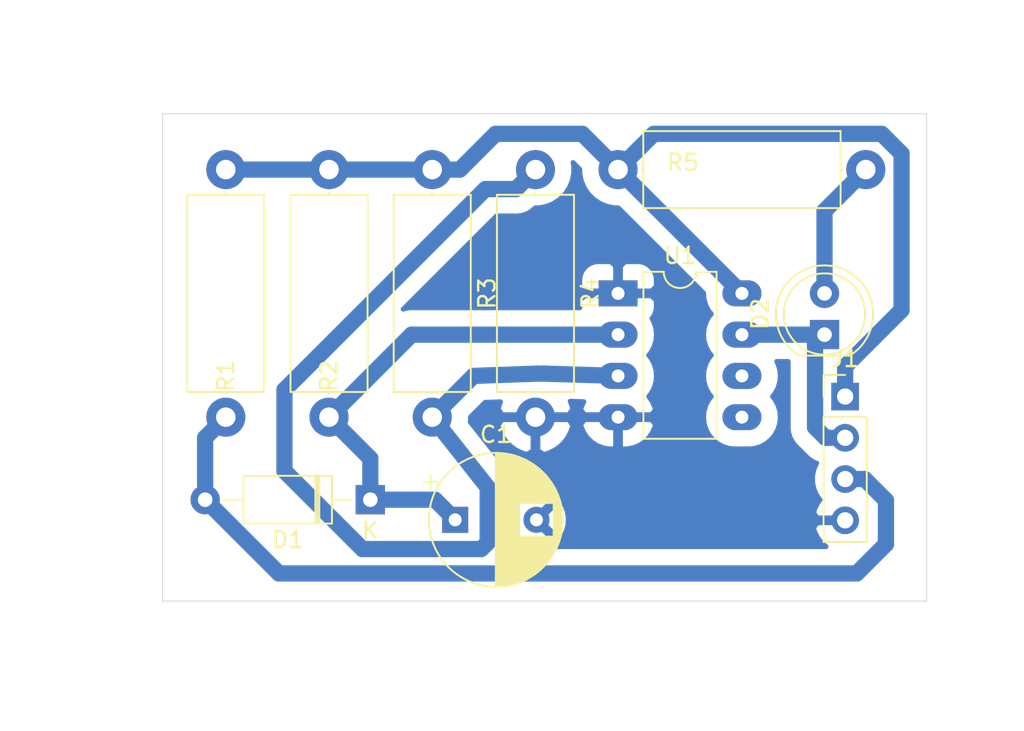
<source format=kicad_pcb>
(kicad_pcb (version 20171130) (host pcbnew 5.1.5-52549c5~84~ubuntu18.04.1)

  (general
    (thickness 1.6)
    (drawings 4)
    (tracks 52)
    (zones 0)
    (modules 10)
    (nets 10)
  )

  (page A4 portrait)
  (layers
    (0 F.Cu signal)
    (31 B.Cu signal)
    (32 B.Adhes user)
    (33 F.Adhes user)
    (34 B.Paste user)
    (35 F.Paste user)
    (36 B.SilkS user)
    (37 F.SilkS user hide)
    (38 B.Mask user)
    (39 F.Mask user)
    (40 Dwgs.User user)
    (41 Cmts.User user)
    (42 Eco1.User user)
    (43 Eco2.User user)
    (44 Edge.Cuts user)
    (45 Margin user)
    (46 B.CrtYd user)
    (47 F.CrtYd user)
    (48 B.Fab user)
    (49 F.Fab user)
  )

  (setup
    (last_trace_width 1)
    (trace_clearance 0.5)
    (zone_clearance 1)
    (zone_45_only no)
    (trace_min 0.1)
    (via_size 1.5)
    (via_drill 0.8)
    (via_min_size 0.2)
    (via_min_drill 0.3)
    (uvia_size 0.3)
    (uvia_drill 0.1)
    (uvias_allowed no)
    (uvia_min_size 0.1)
    (uvia_min_drill 0.1)
    (edge_width 0.05)
    (segment_width 0.2)
    (pcb_text_width 0.3)
    (pcb_text_size 1.5 1.5)
    (mod_edge_width 0.12)
    (mod_text_size 1 1)
    (mod_text_width 0.15)
    (pad_size 1.524 1.524)
    (pad_drill 0.762)
    (pad_to_mask_clearance 0.051)
    (solder_mask_min_width 0.25)
    (aux_axis_origin 0 0)
    (visible_elements 7FFFFFFF)
    (pcbplotparams
      (layerselection 0x010fc_ffffffff)
      (usegerberextensions false)
      (usegerberattributes false)
      (usegerberadvancedattributes false)
      (creategerberjobfile false)
      (excludeedgelayer true)
      (linewidth 0.100000)
      (plotframeref false)
      (viasonmask false)
      (mode 1)
      (useauxorigin false)
      (hpglpennumber 1)
      (hpglpenspeed 20)
      (hpglpendiameter 15.000000)
      (psnegative false)
      (psa4output false)
      (plotreference true)
      (plotvalue true)
      (plotinvisibletext false)
      (padsonsilk false)
      (subtractmaskfromsilk false)
      (outputformat 1)
      (mirror false)
      (drillshape 1)
      (scaleselection 1)
      (outputdirectory ""))
  )

  (net 0 "")
  (net 1 "Net-(D1-Pad2)")
  (net 2 "Net-(C1-Pad1)")
  (net 3 "Net-(D2-Pad2)")
  (net 4 "Net-(D2-Pad1)")
  (net 5 "Net-(R3-Pad2)")
  (net 6 "Net-(U1-Pad6)")
  (net 7 "Net-(U1-Pad5)")
  (net 8 Earth)
  (net 9 +24V)

  (net_class Default "This is the default net class."
    (clearance 0.5)
    (trace_width 1)
    (via_dia 1.5)
    (via_drill 0.8)
    (uvia_dia 0.3)
    (uvia_drill 0.1)
    (add_net +24V)
    (add_net Earth)
    (add_net "Net-(C1-Pad1)")
    (add_net "Net-(D1-Pad2)")
    (add_net "Net-(D2-Pad1)")
    (add_net "Net-(D2-Pad2)")
    (add_net "Net-(R3-Pad2)")
    (add_net "Net-(U1-Pad5)")
    (add_net "Net-(U1-Pad6)")
  )

  (module LED_THT:LED_D5.0mm (layer F.Cu) (tedit 5995936A) (tstamp 5E6ACA23)
    (at 172.72 101.6 90)
    (descr "LED, diameter 5.0mm, 2 pins, http://cdn-reichelt.de/documents/datenblatt/A500/LL-504BC2E-009.pdf")
    (tags "LED diameter 5.0mm 2 pins")
    (path /5E6B3F9E)
    (fp_text reference D2 (at 1.27 -3.96 90) (layer F.SilkS)
      (effects (font (size 1 1) (thickness 0.15)))
    )
    (fp_text value LED (at 1.27 3.96 90) (layer F.Fab)
      (effects (font (size 1 1) (thickness 0.15)))
    )
    (fp_arc (start 1.27 0) (end -1.23 -1.469694) (angle 299.1) (layer F.Fab) (width 0.1))
    (fp_arc (start 1.27 0) (end -1.29 -1.54483) (angle 148.9) (layer F.SilkS) (width 0.12))
    (fp_arc (start 1.27 0) (end -1.29 1.54483) (angle -148.9) (layer F.SilkS) (width 0.12))
    (fp_circle (center 1.27 0) (end 3.77 0) (layer F.Fab) (width 0.1))
    (fp_circle (center 1.27 0) (end 3.77 0) (layer F.SilkS) (width 0.12))
    (fp_line (start -1.23 -1.469694) (end -1.23 1.469694) (layer F.Fab) (width 0.1))
    (fp_line (start -1.29 -1.545) (end -1.29 1.545) (layer F.SilkS) (width 0.12))
    (fp_line (start -1.95 -3.25) (end -1.95 3.25) (layer F.CrtYd) (width 0.05))
    (fp_line (start -1.95 3.25) (end 4.5 3.25) (layer F.CrtYd) (width 0.05))
    (fp_line (start 4.5 3.25) (end 4.5 -3.25) (layer F.CrtYd) (width 0.05))
    (fp_line (start 4.5 -3.25) (end -1.95 -3.25) (layer F.CrtYd) (width 0.05))
    (fp_text user %R (at 1.25 0 90) (layer F.Fab)
      (effects (font (size 0.8 0.8) (thickness 0.2)))
    )
    (pad 1 thru_hole rect (at 0 0 90) (size 1.8 1.8) (drill 0.9) (layers *.Cu *.Mask)
      (net 4 "Net-(D2-Pad1)"))
    (pad 2 thru_hole circle (at 2.54 0 90) (size 1.8 1.8) (drill 0.9) (layers *.Cu *.Mask)
      (net 3 "Net-(D2-Pad2)"))
    (model ${KISYS3DMOD}/LED_THT.3dshapes/LED_D5.0mm.wrl
      (at (xyz 0 0 0))
      (scale (xyz 1 1 1))
      (rotate (xyz 0 0 0))
    )
  )

  (module Diode_THT:D_A-405_P10.16mm_Horizontal (layer F.Cu) (tedit 5AE50CD5) (tstamp 5E6AC8BD)
    (at 144.78 111.76 180)
    (descr "Diode, A-405 series, Axial, Horizontal, pin pitch=10.16mm, , length*diameter=5.2*2.7mm^2, , http://www.diodes.com/_files/packages/A-405.pdf")
    (tags "Diode A-405 series Axial Horizontal pin pitch 10.16mm  length 5.2mm diameter 2.7mm")
    (path /5E6A8ADF)
    (fp_text reference D1 (at 5.08 -2.47) (layer F.SilkS)
      (effects (font (size 1 1) (thickness 0.15)))
    )
    (fp_text value DIODE (at 5.08 2.47) (layer F.Fab)
      (effects (font (size 1 1) (thickness 0.15)))
    )
    (fp_line (start 2.48 -1.35) (end 2.48 1.35) (layer F.Fab) (width 0.1))
    (fp_line (start 2.48 1.35) (end 7.68 1.35) (layer F.Fab) (width 0.1))
    (fp_line (start 7.68 1.35) (end 7.68 -1.35) (layer F.Fab) (width 0.1))
    (fp_line (start 7.68 -1.35) (end 2.48 -1.35) (layer F.Fab) (width 0.1))
    (fp_line (start 0 0) (end 2.48 0) (layer F.Fab) (width 0.1))
    (fp_line (start 10.16 0) (end 7.68 0) (layer F.Fab) (width 0.1))
    (fp_line (start 3.26 -1.35) (end 3.26 1.35) (layer F.Fab) (width 0.1))
    (fp_line (start 3.36 -1.35) (end 3.36 1.35) (layer F.Fab) (width 0.1))
    (fp_line (start 3.16 -1.35) (end 3.16 1.35) (layer F.Fab) (width 0.1))
    (fp_line (start 2.36 -1.47) (end 2.36 1.47) (layer F.SilkS) (width 0.12))
    (fp_line (start 2.36 1.47) (end 7.8 1.47) (layer F.SilkS) (width 0.12))
    (fp_line (start 7.8 1.47) (end 7.8 -1.47) (layer F.SilkS) (width 0.12))
    (fp_line (start 7.8 -1.47) (end 2.36 -1.47) (layer F.SilkS) (width 0.12))
    (fp_line (start 1.14 0) (end 2.36 0) (layer F.SilkS) (width 0.12))
    (fp_line (start 9.02 0) (end 7.8 0) (layer F.SilkS) (width 0.12))
    (fp_line (start 3.26 -1.47) (end 3.26 1.47) (layer F.SilkS) (width 0.12))
    (fp_line (start 3.38 -1.47) (end 3.38 1.47) (layer F.SilkS) (width 0.12))
    (fp_line (start 3.14 -1.47) (end 3.14 1.47) (layer F.SilkS) (width 0.12))
    (fp_line (start -1.15 -1.6) (end -1.15 1.6) (layer F.CrtYd) (width 0.05))
    (fp_line (start -1.15 1.6) (end 11.31 1.6) (layer F.CrtYd) (width 0.05))
    (fp_line (start 11.31 1.6) (end 11.31 -1.6) (layer F.CrtYd) (width 0.05))
    (fp_line (start 11.31 -1.6) (end -1.15 -1.6) (layer F.CrtYd) (width 0.05))
    (fp_text user %R (at 5.47 0) (layer F.Fab)
      (effects (font (size 1 1) (thickness 0.15)))
    )
    (fp_text user K (at 0 -1.9) (layer F.Fab)
      (effects (font (size 1 1) (thickness 0.15)))
    )
    (fp_text user K (at 0 -1.9) (layer F.SilkS)
      (effects (font (size 1 1) (thickness 0.15)))
    )
    (pad 1 thru_hole rect (at 0 0 180) (size 1.8 1.8) (drill 0.9) (layers *.Cu *.Mask)
      (net 2 "Net-(C1-Pad1)"))
    (pad 2 thru_hole oval (at 10.16 0 180) (size 1.8 1.8) (drill 0.9) (layers *.Cu *.Mask)
      (net 1 "Net-(D1-Pad2)"))
    (model ${KISYS3DMOD}/Diode_THT.3dshapes/D_A-405_P10.16mm_Horizontal.wrl
      (at (xyz 0 0 0))
      (scale (xyz 1 1 1))
      (rotate (xyz 0 0 0))
    )
  )

  (module Connector_PinHeader_2.54mm:PinHeader_1x04_P2.54mm_Vertical (layer F.Cu) (tedit 59FED5CC) (tstamp 5E6ACA0C)
    (at 173.99 105.41)
    (descr "Through hole straight pin header, 1x04, 2.54mm pitch, single row")
    (tags "Through hole pin header THT 1x04 2.54mm single row")
    (path /5E6B2317)
    (fp_text reference J1 (at 0 -2.33) (layer F.SilkS)
      (effects (font (size 1 1) (thickness 0.15)))
    )
    (fp_text value a (at 0 9.95) (layer F.Fab)
      (effects (font (size 1 1) (thickness 0.15)))
    )
    (fp_line (start -0.635 -1.27) (end 1.27 -1.27) (layer F.Fab) (width 0.1))
    (fp_line (start 1.27 -1.27) (end 1.27 8.89) (layer F.Fab) (width 0.1))
    (fp_line (start 1.27 8.89) (end -1.27 8.89) (layer F.Fab) (width 0.1))
    (fp_line (start -1.27 8.89) (end -1.27 -0.635) (layer F.Fab) (width 0.1))
    (fp_line (start -1.27 -0.635) (end -0.635 -1.27) (layer F.Fab) (width 0.1))
    (fp_line (start -1.33 8.95) (end 1.33 8.95) (layer F.SilkS) (width 0.12))
    (fp_line (start -1.33 1.27) (end -1.33 8.95) (layer F.SilkS) (width 0.12))
    (fp_line (start 1.33 1.27) (end 1.33 8.95) (layer F.SilkS) (width 0.12))
    (fp_line (start -1.33 1.27) (end 1.33 1.27) (layer F.SilkS) (width 0.12))
    (fp_line (start -1.33 0) (end -1.33 -1.33) (layer F.SilkS) (width 0.12))
    (fp_line (start -1.33 -1.33) (end 0 -1.33) (layer F.SilkS) (width 0.12))
    (fp_line (start -1.8 -1.8) (end -1.8 9.4) (layer F.CrtYd) (width 0.05))
    (fp_line (start -1.8 9.4) (end 1.8 9.4) (layer F.CrtYd) (width 0.05))
    (fp_line (start 1.8 9.4) (end 1.8 -1.8) (layer F.CrtYd) (width 0.05))
    (fp_line (start 1.8 -1.8) (end -1.8 -1.8) (layer F.CrtYd) (width 0.05))
    (fp_text user %R (at 0 3.81 90) (layer F.Fab)
      (effects (font (size 1 1) (thickness 0.15)))
    )
    (pad 1 thru_hole rect (at 0 0) (size 1.7 1.7) (drill 1) (layers *.Cu *.Mask)
      (net 9 +24V))
    (pad 2 thru_hole oval (at 0 2.54) (size 1.7 1.7) (drill 1) (layers *.Cu *.Mask)
      (net 4 "Net-(D2-Pad1)"))
    (pad 3 thru_hole oval (at 0 5.08) (size 1.7 1.7) (drill 1) (layers *.Cu *.Mask)
      (net 1 "Net-(D1-Pad2)"))
    (pad 4 thru_hole oval (at 0 7.62) (size 1.7 1.7) (drill 1) (layers *.Cu *.Mask)
      (net 8 Earth))
    (model ${KISYS3DMOD}/Connector_PinHeader_2.54mm.3dshapes/PinHeader_1x04_P2.54mm_Vertical.wrl
      (at (xyz 0 0 0))
      (scale (xyz 1 1 1))
      (rotate (xyz 0 0 0))
    )
  )

  (module Resistor_THT:R_Axial_DIN0414_L11.9mm_D4.5mm_P15.24mm_Horizontal (layer F.Cu) (tedit 5AE5139B) (tstamp 5E6AC9F6)
    (at 148.59 91.44 270)
    (descr "Resistor, Axial_DIN0414 series, Axial, Horizontal, pin pitch=15.24mm, 2W, length*diameter=11.9*4.5mm^2, http://www.vishay.com/docs/20128/wkxwrx.pdf")
    (tags "Resistor Axial_DIN0414 series Axial Horizontal pin pitch 15.24mm 2W length 11.9mm diameter 4.5mm")
    (path /5E6AE564)
    (fp_text reference R3 (at 7.62 -3.37 90) (layer F.SilkS)
      (effects (font (size 1 1) (thickness 0.15)))
    )
    (fp_text value 10k (at 7.62 3.37 90) (layer F.Fab)
      (effects (font (size 1 1) (thickness 0.15)))
    )
    (fp_line (start 1.67 -2.25) (end 1.67 2.25) (layer F.Fab) (width 0.1))
    (fp_line (start 1.67 2.25) (end 13.57 2.25) (layer F.Fab) (width 0.1))
    (fp_line (start 13.57 2.25) (end 13.57 -2.25) (layer F.Fab) (width 0.1))
    (fp_line (start 13.57 -2.25) (end 1.67 -2.25) (layer F.Fab) (width 0.1))
    (fp_line (start 0 0) (end 1.67 0) (layer F.Fab) (width 0.1))
    (fp_line (start 15.24 0) (end 13.57 0) (layer F.Fab) (width 0.1))
    (fp_line (start 1.55 -2.37) (end 1.55 2.37) (layer F.SilkS) (width 0.12))
    (fp_line (start 1.55 2.37) (end 13.69 2.37) (layer F.SilkS) (width 0.12))
    (fp_line (start 13.69 2.37) (end 13.69 -2.37) (layer F.SilkS) (width 0.12))
    (fp_line (start 13.69 -2.37) (end 1.55 -2.37) (layer F.SilkS) (width 0.12))
    (fp_line (start 1.44 0) (end 1.55 0) (layer F.SilkS) (width 0.12))
    (fp_line (start 13.8 0) (end 13.69 0) (layer F.SilkS) (width 0.12))
    (fp_line (start -1.45 -2.5) (end -1.45 2.5) (layer F.CrtYd) (width 0.05))
    (fp_line (start -1.45 2.5) (end 16.69 2.5) (layer F.CrtYd) (width 0.05))
    (fp_line (start 16.69 2.5) (end 16.69 -2.5) (layer F.CrtYd) (width 0.05))
    (fp_line (start 16.69 -2.5) (end -1.45 -2.5) (layer F.CrtYd) (width 0.05))
    (fp_text user %R (at 7.62 0 90) (layer F.Fab)
      (effects (font (size 1 1) (thickness 0.15)))
    )
    (pad 1 thru_hole circle (at 0 0 270) (size 2.4 2.4) (drill 1.2) (layers *.Cu *.Mask)
      (net 9 +24V))
    (pad 2 thru_hole oval (at 15.24 0 270) (size 2.4 2.4) (drill 1.2) (layers *.Cu *.Mask)
      (net 5 "Net-(R3-Pad2)"))
    (model ${KISYS3DMOD}/Resistor_THT.3dshapes/R_Axial_DIN0414_L11.9mm_D4.5mm_P15.24mm_Horizontal.wrl
      (at (xyz 0 0 0))
      (scale (xyz 1 1 1))
      (rotate (xyz 0 0 0))
    )
  )

  (module Resistor_THT:R_Axial_DIN0414_L11.9mm_D4.5mm_P15.24mm_Horizontal (layer F.Cu) (tedit 5AE5139B) (tstamp 5E6AC9E0)
    (at 154.94 91.44 270)
    (descr "Resistor, Axial_DIN0414 series, Axial, Horizontal, pin pitch=15.24mm, 2W, length*diameter=11.9*4.5mm^2, http://www.vishay.com/docs/20128/wkxwrx.pdf")
    (tags "Resistor Axial_DIN0414 series Axial Horizontal pin pitch 15.24mm 2W length 11.9mm diameter 4.5mm")
    (path /5E6AE813)
    (fp_text reference R4 (at 7.62 -3.37 90) (layer F.SilkS)
      (effects (font (size 1 1) (thickness 0.15)))
    )
    (fp_text value 10k (at 7.62 3.37 90) (layer F.Fab)
      (effects (font (size 1 1) (thickness 0.15)))
    )
    (fp_line (start 1.67 -2.25) (end 1.67 2.25) (layer F.Fab) (width 0.1))
    (fp_line (start 1.67 2.25) (end 13.57 2.25) (layer F.Fab) (width 0.1))
    (fp_line (start 13.57 2.25) (end 13.57 -2.25) (layer F.Fab) (width 0.1))
    (fp_line (start 13.57 -2.25) (end 1.67 -2.25) (layer F.Fab) (width 0.1))
    (fp_line (start 0 0) (end 1.67 0) (layer F.Fab) (width 0.1))
    (fp_line (start 15.24 0) (end 13.57 0) (layer F.Fab) (width 0.1))
    (fp_line (start 1.55 -2.37) (end 1.55 2.37) (layer F.SilkS) (width 0.12))
    (fp_line (start 1.55 2.37) (end 13.69 2.37) (layer F.SilkS) (width 0.12))
    (fp_line (start 13.69 2.37) (end 13.69 -2.37) (layer F.SilkS) (width 0.12))
    (fp_line (start 13.69 -2.37) (end 1.55 -2.37) (layer F.SilkS) (width 0.12))
    (fp_line (start 1.44 0) (end 1.55 0) (layer F.SilkS) (width 0.12))
    (fp_line (start 13.8 0) (end 13.69 0) (layer F.SilkS) (width 0.12))
    (fp_line (start -1.45 -2.5) (end -1.45 2.5) (layer F.CrtYd) (width 0.05))
    (fp_line (start -1.45 2.5) (end 16.69 2.5) (layer F.CrtYd) (width 0.05))
    (fp_line (start 16.69 2.5) (end 16.69 -2.5) (layer F.CrtYd) (width 0.05))
    (fp_line (start 16.69 -2.5) (end -1.45 -2.5) (layer F.CrtYd) (width 0.05))
    (fp_text user %R (at 7.62 0 90) (layer F.Fab)
      (effects (font (size 1 1) (thickness 0.15)))
    )
    (pad 1 thru_hole circle (at 0 0 270) (size 2.4 2.4) (drill 1.2) (layers *.Cu *.Mask)
      (net 5 "Net-(R3-Pad2)"))
    (pad 2 thru_hole oval (at 15.24 0 270) (size 2.4 2.4) (drill 1.2) (layers *.Cu *.Mask)
      (net 8 Earth))
    (model ${KISYS3DMOD}/Resistor_THT.3dshapes/R_Axial_DIN0414_L11.9mm_D4.5mm_P15.24mm_Horizontal.wrl
      (at (xyz 0 0 0))
      (scale (xyz 1 1 1))
      (rotate (xyz 0 0 0))
    )
  )

  (module Resistor_THT:R_Axial_DIN0414_L11.9mm_D4.5mm_P15.24mm_Horizontal (layer F.Cu) (tedit 5AE5139B) (tstamp 5E6AC9CA)
    (at 160.02 91.44)
    (descr "Resistor, Axial_DIN0414 series, Axial, Horizontal, pin pitch=15.24mm, 2W, length*diameter=11.9*4.5mm^2, http://www.vishay.com/docs/20128/wkxwrx.pdf")
    (tags "Resistor Axial_DIN0414 series Axial Horizontal pin pitch 15.24mm 2W length 11.9mm diameter 4.5mm")
    (path /5E6B3947)
    (fp_text reference R5 (at 3.98 -0.44) (layer F.SilkS)
      (effects (font (size 1 1) (thickness 0.15)))
    )
    (fp_text value 1.8k (at 7.62 3.37) (layer F.Fab)
      (effects (font (size 1 1) (thickness 0.15)))
    )
    (fp_line (start 1.67 -2.25) (end 1.67 2.25) (layer F.Fab) (width 0.1))
    (fp_line (start 1.67 2.25) (end 13.57 2.25) (layer F.Fab) (width 0.1))
    (fp_line (start 13.57 2.25) (end 13.57 -2.25) (layer F.Fab) (width 0.1))
    (fp_line (start 13.57 -2.25) (end 1.67 -2.25) (layer F.Fab) (width 0.1))
    (fp_line (start 0 0) (end 1.67 0) (layer F.Fab) (width 0.1))
    (fp_line (start 15.24 0) (end 13.57 0) (layer F.Fab) (width 0.1))
    (fp_line (start 1.55 -2.37) (end 1.55 2.37) (layer F.SilkS) (width 0.12))
    (fp_line (start 1.55 2.37) (end 13.69 2.37) (layer F.SilkS) (width 0.12))
    (fp_line (start 13.69 2.37) (end 13.69 -2.37) (layer F.SilkS) (width 0.12))
    (fp_line (start 13.69 -2.37) (end 1.55 -2.37) (layer F.SilkS) (width 0.12))
    (fp_line (start 1.44 0) (end 1.55 0) (layer F.SilkS) (width 0.12))
    (fp_line (start 13.8 0) (end 13.69 0) (layer F.SilkS) (width 0.12))
    (fp_line (start -1.45 -2.5) (end -1.45 2.5) (layer F.CrtYd) (width 0.05))
    (fp_line (start -1.45 2.5) (end 16.69 2.5) (layer F.CrtYd) (width 0.05))
    (fp_line (start 16.69 2.5) (end 16.69 -2.5) (layer F.CrtYd) (width 0.05))
    (fp_line (start 16.69 -2.5) (end -1.45 -2.5) (layer F.CrtYd) (width 0.05))
    (fp_text user %R (at 7.62 0) (layer F.Fab)
      (effects (font (size 1 1) (thickness 0.15)))
    )
    (pad 1 thru_hole circle (at 0 0) (size 2.4 2.4) (drill 1.2) (layers *.Cu *.Mask)
      (net 9 +24V))
    (pad 2 thru_hole oval (at 15.24 0) (size 2.4 2.4) (drill 1.2) (layers *.Cu *.Mask)
      (net 3 "Net-(D2-Pad2)"))
    (model ${KISYS3DMOD}/Resistor_THT.3dshapes/R_Axial_DIN0414_L11.9mm_D4.5mm_P15.24mm_Horizontal.wrl
      (at (xyz 0 0 0))
      (scale (xyz 1 1 1))
      (rotate (xyz 0 0 0))
    )
  )

  (module Package_DIP:DIP-8_W7.62mm_LongPads (layer F.Cu) (tedit 5A02E8C5) (tstamp 5E6AC9AF)
    (at 160.02 99.06)
    (descr "8-lead though-hole mounted DIP package, row spacing 7.62 mm (300 mils), LongPads")
    (tags "THT DIP DIL PDIP 2.54mm 7.62mm 300mil LongPads")
    (path /5E6AEE9F)
    (fp_text reference U1 (at 3.81 -2.33) (layer F.SilkS)
      (effects (font (size 1 1) (thickness 0.15)))
    )
    (fp_text value LM311 (at 3.81 9.95) (layer F.Fab)
      (effects (font (size 1 1) (thickness 0.15)))
    )
    (fp_arc (start 3.81 -1.33) (end 2.81 -1.33) (angle -180) (layer F.SilkS) (width 0.12))
    (fp_line (start 1.635 -1.27) (end 6.985 -1.27) (layer F.Fab) (width 0.1))
    (fp_line (start 6.985 -1.27) (end 6.985 8.89) (layer F.Fab) (width 0.1))
    (fp_line (start 6.985 8.89) (end 0.635 8.89) (layer F.Fab) (width 0.1))
    (fp_line (start 0.635 8.89) (end 0.635 -0.27) (layer F.Fab) (width 0.1))
    (fp_line (start 0.635 -0.27) (end 1.635 -1.27) (layer F.Fab) (width 0.1))
    (fp_line (start 2.81 -1.33) (end 1.56 -1.33) (layer F.SilkS) (width 0.12))
    (fp_line (start 1.56 -1.33) (end 1.56 8.95) (layer F.SilkS) (width 0.12))
    (fp_line (start 1.56 8.95) (end 6.06 8.95) (layer F.SilkS) (width 0.12))
    (fp_line (start 6.06 8.95) (end 6.06 -1.33) (layer F.SilkS) (width 0.12))
    (fp_line (start 6.06 -1.33) (end 4.81 -1.33) (layer F.SilkS) (width 0.12))
    (fp_line (start -1.45 -1.55) (end -1.45 9.15) (layer F.CrtYd) (width 0.05))
    (fp_line (start -1.45 9.15) (end 9.1 9.15) (layer F.CrtYd) (width 0.05))
    (fp_line (start 9.1 9.15) (end 9.1 -1.55) (layer F.CrtYd) (width 0.05))
    (fp_line (start 9.1 -1.55) (end -1.45 -1.55) (layer F.CrtYd) (width 0.05))
    (fp_text user %R (at 3.81 3.81) (layer F.Fab)
      (effects (font (size 1 1) (thickness 0.15)))
    )
    (pad 1 thru_hole rect (at 0 0) (size 2.4 1.6) (drill 0.8) (layers *.Cu *.Mask)
      (net 8 Earth))
    (pad 5 thru_hole oval (at 7.62 7.62) (size 2.4 1.6) (drill 0.8) (layers *.Cu *.Mask)
      (net 7 "Net-(U1-Pad5)"))
    (pad 2 thru_hole oval (at 0 2.54) (size 2.4 1.6) (drill 0.8) (layers *.Cu *.Mask)
      (net 2 "Net-(C1-Pad1)"))
    (pad 6 thru_hole oval (at 7.62 5.08) (size 2.4 1.6) (drill 0.8) (layers *.Cu *.Mask)
      (net 6 "Net-(U1-Pad6)"))
    (pad 3 thru_hole oval (at 0 5.08) (size 2.4 1.6) (drill 0.8) (layers *.Cu *.Mask)
      (net 5 "Net-(R3-Pad2)"))
    (pad 7 thru_hole oval (at 7.62 2.54) (size 2.4 1.6) (drill 0.8) (layers *.Cu *.Mask)
      (net 4 "Net-(D2-Pad1)"))
    (pad 4 thru_hole oval (at 0 7.62) (size 2.4 1.6) (drill 0.8) (layers *.Cu *.Mask)
      (net 8 Earth))
    (pad 8 thru_hole oval (at 7.62 0) (size 2.4 1.6) (drill 0.8) (layers *.Cu *.Mask)
      (net 9 +24V))
    (model ${KISYS3DMOD}/Package_DIP.3dshapes/DIP-8_W7.62mm.wrl
      (at (xyz 0 0 0))
      (scale (xyz 1 1 1))
      (rotate (xyz 0 0 0))
    )
  )

  (module Capacitor_THT:CP_Radial_D8.0mm_P5.00mm (layer F.Cu) (tedit 5AE50EF0) (tstamp 5E6AC907)
    (at 150 113)
    (descr "CP, Radial series, Radial, pin pitch=5.00mm, , diameter=8mm, Electrolytic Capacitor")
    (tags "CP Radial series Radial pin pitch 5.00mm  diameter 8mm Electrolytic Capacitor")
    (path /5E6BB574)
    (fp_text reference C1 (at 2.5 -5.25) (layer F.SilkS)
      (effects (font (size 1 1) (thickness 0.15)))
    )
    (fp_text value 1000uf (at 10 1) (layer F.Fab)
      (effects (font (size 1 1) (thickness 0.15)))
    )
    (fp_circle (center 2.5 0) (end 6.5 0) (layer F.Fab) (width 0.1))
    (fp_circle (center 2.5 0) (end 6.62 0) (layer F.SilkS) (width 0.12))
    (fp_circle (center 2.5 0) (end 6.75 0) (layer F.CrtYd) (width 0.05))
    (fp_line (start -0.926759 -1.7475) (end -0.126759 -1.7475) (layer F.Fab) (width 0.1))
    (fp_line (start -0.526759 -2.1475) (end -0.526759 -1.3475) (layer F.Fab) (width 0.1))
    (fp_line (start 2.5 -4.08) (end 2.5 4.08) (layer F.SilkS) (width 0.12))
    (fp_line (start 2.54 -4.08) (end 2.54 4.08) (layer F.SilkS) (width 0.12))
    (fp_line (start 2.58 -4.08) (end 2.58 4.08) (layer F.SilkS) (width 0.12))
    (fp_line (start 2.62 -4.079) (end 2.62 4.079) (layer F.SilkS) (width 0.12))
    (fp_line (start 2.66 -4.077) (end 2.66 4.077) (layer F.SilkS) (width 0.12))
    (fp_line (start 2.7 -4.076) (end 2.7 4.076) (layer F.SilkS) (width 0.12))
    (fp_line (start 2.74 -4.074) (end 2.74 4.074) (layer F.SilkS) (width 0.12))
    (fp_line (start 2.78 -4.071) (end 2.78 4.071) (layer F.SilkS) (width 0.12))
    (fp_line (start 2.82 -4.068) (end 2.82 4.068) (layer F.SilkS) (width 0.12))
    (fp_line (start 2.86 -4.065) (end 2.86 4.065) (layer F.SilkS) (width 0.12))
    (fp_line (start 2.9 -4.061) (end 2.9 4.061) (layer F.SilkS) (width 0.12))
    (fp_line (start 2.94 -4.057) (end 2.94 4.057) (layer F.SilkS) (width 0.12))
    (fp_line (start 2.98 -4.052) (end 2.98 4.052) (layer F.SilkS) (width 0.12))
    (fp_line (start 3.02 -4.048) (end 3.02 4.048) (layer F.SilkS) (width 0.12))
    (fp_line (start 3.06 -4.042) (end 3.06 4.042) (layer F.SilkS) (width 0.12))
    (fp_line (start 3.1 -4.037) (end 3.1 4.037) (layer F.SilkS) (width 0.12))
    (fp_line (start 3.14 -4.03) (end 3.14 4.03) (layer F.SilkS) (width 0.12))
    (fp_line (start 3.18 -4.024) (end 3.18 4.024) (layer F.SilkS) (width 0.12))
    (fp_line (start 3.221 -4.017) (end 3.221 4.017) (layer F.SilkS) (width 0.12))
    (fp_line (start 3.261 -4.01) (end 3.261 4.01) (layer F.SilkS) (width 0.12))
    (fp_line (start 3.301 -4.002) (end 3.301 4.002) (layer F.SilkS) (width 0.12))
    (fp_line (start 3.341 -3.994) (end 3.341 3.994) (layer F.SilkS) (width 0.12))
    (fp_line (start 3.381 -3.985) (end 3.381 3.985) (layer F.SilkS) (width 0.12))
    (fp_line (start 3.421 -3.976) (end 3.421 3.976) (layer F.SilkS) (width 0.12))
    (fp_line (start 3.461 -3.967) (end 3.461 3.967) (layer F.SilkS) (width 0.12))
    (fp_line (start 3.501 -3.957) (end 3.501 3.957) (layer F.SilkS) (width 0.12))
    (fp_line (start 3.541 -3.947) (end 3.541 3.947) (layer F.SilkS) (width 0.12))
    (fp_line (start 3.581 -3.936) (end 3.581 3.936) (layer F.SilkS) (width 0.12))
    (fp_line (start 3.621 -3.925) (end 3.621 3.925) (layer F.SilkS) (width 0.12))
    (fp_line (start 3.661 -3.914) (end 3.661 3.914) (layer F.SilkS) (width 0.12))
    (fp_line (start 3.701 -3.902) (end 3.701 3.902) (layer F.SilkS) (width 0.12))
    (fp_line (start 3.741 -3.889) (end 3.741 3.889) (layer F.SilkS) (width 0.12))
    (fp_line (start 3.781 -3.877) (end 3.781 3.877) (layer F.SilkS) (width 0.12))
    (fp_line (start 3.821 -3.863) (end 3.821 3.863) (layer F.SilkS) (width 0.12))
    (fp_line (start 3.861 -3.85) (end 3.861 3.85) (layer F.SilkS) (width 0.12))
    (fp_line (start 3.901 -3.835) (end 3.901 3.835) (layer F.SilkS) (width 0.12))
    (fp_line (start 3.941 -3.821) (end 3.941 3.821) (layer F.SilkS) (width 0.12))
    (fp_line (start 3.981 -3.805) (end 3.981 -1.04) (layer F.SilkS) (width 0.12))
    (fp_line (start 3.981 1.04) (end 3.981 3.805) (layer F.SilkS) (width 0.12))
    (fp_line (start 4.021 -3.79) (end 4.021 -1.04) (layer F.SilkS) (width 0.12))
    (fp_line (start 4.021 1.04) (end 4.021 3.79) (layer F.SilkS) (width 0.12))
    (fp_line (start 4.061 -3.774) (end 4.061 -1.04) (layer F.SilkS) (width 0.12))
    (fp_line (start 4.061 1.04) (end 4.061 3.774) (layer F.SilkS) (width 0.12))
    (fp_line (start 4.101 -3.757) (end 4.101 -1.04) (layer F.SilkS) (width 0.12))
    (fp_line (start 4.101 1.04) (end 4.101 3.757) (layer F.SilkS) (width 0.12))
    (fp_line (start 4.141 -3.74) (end 4.141 -1.04) (layer F.SilkS) (width 0.12))
    (fp_line (start 4.141 1.04) (end 4.141 3.74) (layer F.SilkS) (width 0.12))
    (fp_line (start 4.181 -3.722) (end 4.181 -1.04) (layer F.SilkS) (width 0.12))
    (fp_line (start 4.181 1.04) (end 4.181 3.722) (layer F.SilkS) (width 0.12))
    (fp_line (start 4.221 -3.704) (end 4.221 -1.04) (layer F.SilkS) (width 0.12))
    (fp_line (start 4.221 1.04) (end 4.221 3.704) (layer F.SilkS) (width 0.12))
    (fp_line (start 4.261 -3.686) (end 4.261 -1.04) (layer F.SilkS) (width 0.12))
    (fp_line (start 4.261 1.04) (end 4.261 3.686) (layer F.SilkS) (width 0.12))
    (fp_line (start 4.301 -3.666) (end 4.301 -1.04) (layer F.SilkS) (width 0.12))
    (fp_line (start 4.301 1.04) (end 4.301 3.666) (layer F.SilkS) (width 0.12))
    (fp_line (start 4.341 -3.647) (end 4.341 -1.04) (layer F.SilkS) (width 0.12))
    (fp_line (start 4.341 1.04) (end 4.341 3.647) (layer F.SilkS) (width 0.12))
    (fp_line (start 4.381 -3.627) (end 4.381 -1.04) (layer F.SilkS) (width 0.12))
    (fp_line (start 4.381 1.04) (end 4.381 3.627) (layer F.SilkS) (width 0.12))
    (fp_line (start 4.421 -3.606) (end 4.421 -1.04) (layer F.SilkS) (width 0.12))
    (fp_line (start 4.421 1.04) (end 4.421 3.606) (layer F.SilkS) (width 0.12))
    (fp_line (start 4.461 -3.584) (end 4.461 -1.04) (layer F.SilkS) (width 0.12))
    (fp_line (start 4.461 1.04) (end 4.461 3.584) (layer F.SilkS) (width 0.12))
    (fp_line (start 4.501 -3.562) (end 4.501 -1.04) (layer F.SilkS) (width 0.12))
    (fp_line (start 4.501 1.04) (end 4.501 3.562) (layer F.SilkS) (width 0.12))
    (fp_line (start 4.541 -3.54) (end 4.541 -1.04) (layer F.SilkS) (width 0.12))
    (fp_line (start 4.541 1.04) (end 4.541 3.54) (layer F.SilkS) (width 0.12))
    (fp_line (start 4.581 -3.517) (end 4.581 -1.04) (layer F.SilkS) (width 0.12))
    (fp_line (start 4.581 1.04) (end 4.581 3.517) (layer F.SilkS) (width 0.12))
    (fp_line (start 4.621 -3.493) (end 4.621 -1.04) (layer F.SilkS) (width 0.12))
    (fp_line (start 4.621 1.04) (end 4.621 3.493) (layer F.SilkS) (width 0.12))
    (fp_line (start 4.661 -3.469) (end 4.661 -1.04) (layer F.SilkS) (width 0.12))
    (fp_line (start 4.661 1.04) (end 4.661 3.469) (layer F.SilkS) (width 0.12))
    (fp_line (start 4.701 -3.444) (end 4.701 -1.04) (layer F.SilkS) (width 0.12))
    (fp_line (start 4.701 1.04) (end 4.701 3.444) (layer F.SilkS) (width 0.12))
    (fp_line (start 4.741 -3.418) (end 4.741 -1.04) (layer F.SilkS) (width 0.12))
    (fp_line (start 4.741 1.04) (end 4.741 3.418) (layer F.SilkS) (width 0.12))
    (fp_line (start 4.781 -3.392) (end 4.781 -1.04) (layer F.SilkS) (width 0.12))
    (fp_line (start 4.781 1.04) (end 4.781 3.392) (layer F.SilkS) (width 0.12))
    (fp_line (start 4.821 -3.365) (end 4.821 -1.04) (layer F.SilkS) (width 0.12))
    (fp_line (start 4.821 1.04) (end 4.821 3.365) (layer F.SilkS) (width 0.12))
    (fp_line (start 4.861 -3.338) (end 4.861 -1.04) (layer F.SilkS) (width 0.12))
    (fp_line (start 4.861 1.04) (end 4.861 3.338) (layer F.SilkS) (width 0.12))
    (fp_line (start 4.901 -3.309) (end 4.901 -1.04) (layer F.SilkS) (width 0.12))
    (fp_line (start 4.901 1.04) (end 4.901 3.309) (layer F.SilkS) (width 0.12))
    (fp_line (start 4.941 -3.28) (end 4.941 -1.04) (layer F.SilkS) (width 0.12))
    (fp_line (start 4.941 1.04) (end 4.941 3.28) (layer F.SilkS) (width 0.12))
    (fp_line (start 4.981 -3.25) (end 4.981 -1.04) (layer F.SilkS) (width 0.12))
    (fp_line (start 4.981 1.04) (end 4.981 3.25) (layer F.SilkS) (width 0.12))
    (fp_line (start 5.021 -3.22) (end 5.021 -1.04) (layer F.SilkS) (width 0.12))
    (fp_line (start 5.021 1.04) (end 5.021 3.22) (layer F.SilkS) (width 0.12))
    (fp_line (start 5.061 -3.189) (end 5.061 -1.04) (layer F.SilkS) (width 0.12))
    (fp_line (start 5.061 1.04) (end 5.061 3.189) (layer F.SilkS) (width 0.12))
    (fp_line (start 5.101 -3.156) (end 5.101 -1.04) (layer F.SilkS) (width 0.12))
    (fp_line (start 5.101 1.04) (end 5.101 3.156) (layer F.SilkS) (width 0.12))
    (fp_line (start 5.141 -3.124) (end 5.141 -1.04) (layer F.SilkS) (width 0.12))
    (fp_line (start 5.141 1.04) (end 5.141 3.124) (layer F.SilkS) (width 0.12))
    (fp_line (start 5.181 -3.09) (end 5.181 -1.04) (layer F.SilkS) (width 0.12))
    (fp_line (start 5.181 1.04) (end 5.181 3.09) (layer F.SilkS) (width 0.12))
    (fp_line (start 5.221 -3.055) (end 5.221 -1.04) (layer F.SilkS) (width 0.12))
    (fp_line (start 5.221 1.04) (end 5.221 3.055) (layer F.SilkS) (width 0.12))
    (fp_line (start 5.261 -3.019) (end 5.261 -1.04) (layer F.SilkS) (width 0.12))
    (fp_line (start 5.261 1.04) (end 5.261 3.019) (layer F.SilkS) (width 0.12))
    (fp_line (start 5.301 -2.983) (end 5.301 -1.04) (layer F.SilkS) (width 0.12))
    (fp_line (start 5.301 1.04) (end 5.301 2.983) (layer F.SilkS) (width 0.12))
    (fp_line (start 5.341 -2.945) (end 5.341 -1.04) (layer F.SilkS) (width 0.12))
    (fp_line (start 5.341 1.04) (end 5.341 2.945) (layer F.SilkS) (width 0.12))
    (fp_line (start 5.381 -2.907) (end 5.381 -1.04) (layer F.SilkS) (width 0.12))
    (fp_line (start 5.381 1.04) (end 5.381 2.907) (layer F.SilkS) (width 0.12))
    (fp_line (start 5.421 -2.867) (end 5.421 -1.04) (layer F.SilkS) (width 0.12))
    (fp_line (start 5.421 1.04) (end 5.421 2.867) (layer F.SilkS) (width 0.12))
    (fp_line (start 5.461 -2.826) (end 5.461 -1.04) (layer F.SilkS) (width 0.12))
    (fp_line (start 5.461 1.04) (end 5.461 2.826) (layer F.SilkS) (width 0.12))
    (fp_line (start 5.501 -2.784) (end 5.501 -1.04) (layer F.SilkS) (width 0.12))
    (fp_line (start 5.501 1.04) (end 5.501 2.784) (layer F.SilkS) (width 0.12))
    (fp_line (start 5.541 -2.741) (end 5.541 -1.04) (layer F.SilkS) (width 0.12))
    (fp_line (start 5.541 1.04) (end 5.541 2.741) (layer F.SilkS) (width 0.12))
    (fp_line (start 5.581 -2.697) (end 5.581 -1.04) (layer F.SilkS) (width 0.12))
    (fp_line (start 5.581 1.04) (end 5.581 2.697) (layer F.SilkS) (width 0.12))
    (fp_line (start 5.621 -2.651) (end 5.621 -1.04) (layer F.SilkS) (width 0.12))
    (fp_line (start 5.621 1.04) (end 5.621 2.651) (layer F.SilkS) (width 0.12))
    (fp_line (start 5.661 -2.604) (end 5.661 -1.04) (layer F.SilkS) (width 0.12))
    (fp_line (start 5.661 1.04) (end 5.661 2.604) (layer F.SilkS) (width 0.12))
    (fp_line (start 5.701 -2.556) (end 5.701 -1.04) (layer F.SilkS) (width 0.12))
    (fp_line (start 5.701 1.04) (end 5.701 2.556) (layer F.SilkS) (width 0.12))
    (fp_line (start 5.741 -2.505) (end 5.741 -1.04) (layer F.SilkS) (width 0.12))
    (fp_line (start 5.741 1.04) (end 5.741 2.505) (layer F.SilkS) (width 0.12))
    (fp_line (start 5.781 -2.454) (end 5.781 -1.04) (layer F.SilkS) (width 0.12))
    (fp_line (start 5.781 1.04) (end 5.781 2.454) (layer F.SilkS) (width 0.12))
    (fp_line (start 5.821 -2.4) (end 5.821 -1.04) (layer F.SilkS) (width 0.12))
    (fp_line (start 5.821 1.04) (end 5.821 2.4) (layer F.SilkS) (width 0.12))
    (fp_line (start 5.861 -2.345) (end 5.861 -1.04) (layer F.SilkS) (width 0.12))
    (fp_line (start 5.861 1.04) (end 5.861 2.345) (layer F.SilkS) (width 0.12))
    (fp_line (start 5.901 -2.287) (end 5.901 -1.04) (layer F.SilkS) (width 0.12))
    (fp_line (start 5.901 1.04) (end 5.901 2.287) (layer F.SilkS) (width 0.12))
    (fp_line (start 5.941 -2.228) (end 5.941 -1.04) (layer F.SilkS) (width 0.12))
    (fp_line (start 5.941 1.04) (end 5.941 2.228) (layer F.SilkS) (width 0.12))
    (fp_line (start 5.981 -2.166) (end 5.981 -1.04) (layer F.SilkS) (width 0.12))
    (fp_line (start 5.981 1.04) (end 5.981 2.166) (layer F.SilkS) (width 0.12))
    (fp_line (start 6.021 -2.102) (end 6.021 -1.04) (layer F.SilkS) (width 0.12))
    (fp_line (start 6.021 1.04) (end 6.021 2.102) (layer F.SilkS) (width 0.12))
    (fp_line (start 6.061 -2.034) (end 6.061 2.034) (layer F.SilkS) (width 0.12))
    (fp_line (start 6.101 -1.964) (end 6.101 1.964) (layer F.SilkS) (width 0.12))
    (fp_line (start 6.141 -1.89) (end 6.141 1.89) (layer F.SilkS) (width 0.12))
    (fp_line (start 6.181 -1.813) (end 6.181 1.813) (layer F.SilkS) (width 0.12))
    (fp_line (start 6.221 -1.731) (end 6.221 1.731) (layer F.SilkS) (width 0.12))
    (fp_line (start 6.261 -1.645) (end 6.261 1.645) (layer F.SilkS) (width 0.12))
    (fp_line (start 6.301 -1.552) (end 6.301 1.552) (layer F.SilkS) (width 0.12))
    (fp_line (start 6.341 -1.453) (end 6.341 1.453) (layer F.SilkS) (width 0.12))
    (fp_line (start 6.381 -1.346) (end 6.381 1.346) (layer F.SilkS) (width 0.12))
    (fp_line (start 6.421 -1.229) (end 6.421 1.229) (layer F.SilkS) (width 0.12))
    (fp_line (start 6.461 -1.098) (end 6.461 1.098) (layer F.SilkS) (width 0.12))
    (fp_line (start 6.501 -0.948) (end 6.501 0.948) (layer F.SilkS) (width 0.12))
    (fp_line (start 6.541 -0.768) (end 6.541 0.768) (layer F.SilkS) (width 0.12))
    (fp_line (start 6.581 -0.533) (end 6.581 0.533) (layer F.SilkS) (width 0.12))
    (fp_line (start -1.909698 -2.315) (end -1.109698 -2.315) (layer F.SilkS) (width 0.12))
    (fp_line (start -1.509698 -2.715) (end -1.509698 -1.915) (layer F.SilkS) (width 0.12))
    (fp_text user %R (at 2.5 0) (layer F.Fab)
      (effects (font (size 1 1) (thickness 0.15)))
    )
    (pad 1 thru_hole rect (at 0 0) (size 1.6 1.6) (drill 0.8) (layers *.Cu *.Mask)
      (net 2 "Net-(C1-Pad1)"))
    (pad 2 thru_hole circle (at 5 0) (size 1.6 1.6) (drill 0.8) (layers *.Cu *.Mask)
      (net 8 Earth))
    (model ${KISYS3DMOD}/Capacitor_THT.3dshapes/CP_Radial_D8.0mm_P5.00mm.wrl
      (at (xyz 0 0 0))
      (scale (xyz 1 1 1))
      (rotate (xyz 0 0 0))
    )
  )

  (module Resistor_THT:R_Axial_DIN0414_L11.9mm_D4.5mm_P15.24mm_Horizontal (layer F.Cu) (tedit 5AE5139B) (tstamp 5E6AC8F1)
    (at 135.89 91.44 270)
    (descr "Resistor, Axial_DIN0414 series, Axial, Horizontal, pin pitch=15.24mm, 2W, length*diameter=11.9*4.5mm^2, http://www.vishay.com/docs/20128/wkxwrx.pdf")
    (tags "Resistor Axial_DIN0414 series Axial Horizontal pin pitch 15.24mm 2W length 11.9mm diameter 4.5mm")
    (path /5E6A886F)
    (fp_text reference R1 (at 12.7 0 90) (layer F.SilkS)
      (effects (font (size 1 1) (thickness 0.15)))
    )
    (fp_text value 10k (at 2.54 0 90) (layer F.Fab)
      (effects (font (size 1 1) (thickness 0.15)))
    )
    (fp_line (start 1.67 -2.25) (end 1.67 2.25) (layer F.Fab) (width 0.1))
    (fp_line (start 1.67 2.25) (end 13.57 2.25) (layer F.Fab) (width 0.1))
    (fp_line (start 13.57 2.25) (end 13.57 -2.25) (layer F.Fab) (width 0.1))
    (fp_line (start 13.57 -2.25) (end 1.67 -2.25) (layer F.Fab) (width 0.1))
    (fp_line (start 0 0) (end 1.67 0) (layer F.Fab) (width 0.1))
    (fp_line (start 15.24 0) (end 13.57 0) (layer F.Fab) (width 0.1))
    (fp_line (start 1.55 -2.37) (end 1.55 2.37) (layer F.SilkS) (width 0.12))
    (fp_line (start 1.55 2.37) (end 13.69 2.37) (layer F.SilkS) (width 0.12))
    (fp_line (start 13.69 2.37) (end 13.69 -2.37) (layer F.SilkS) (width 0.12))
    (fp_line (start 13.69 -2.37) (end 1.55 -2.37) (layer F.SilkS) (width 0.12))
    (fp_line (start 1.44 0) (end 1.55 0) (layer F.SilkS) (width 0.12))
    (fp_line (start 13.8 0) (end 13.69 0) (layer F.SilkS) (width 0.12))
    (fp_line (start -1.45 -2.5) (end -1.45 2.5) (layer F.CrtYd) (width 0.05))
    (fp_line (start -1.45 2.5) (end 16.69 2.5) (layer F.CrtYd) (width 0.05))
    (fp_line (start 16.69 2.5) (end 16.69 -2.5) (layer F.CrtYd) (width 0.05))
    (fp_line (start 16.69 -2.5) (end -1.45 -2.5) (layer F.CrtYd) (width 0.05))
    (fp_text user %R (at 5.08 -1.27 90) (layer F.Fab)
      (effects (font (size 1 1) (thickness 0.15)))
    )
    (pad 1 thru_hole circle (at 0 0 270) (size 2.4 2.4) (drill 1.2) (layers *.Cu *.Mask)
      (net 9 +24V))
    (pad 2 thru_hole oval (at 15.24 0 270) (size 2.4 2.4) (drill 1.2) (layers *.Cu *.Mask)
      (net 1 "Net-(D1-Pad2)"))
    (model ${KISYS3DMOD}/Resistor_THT.3dshapes/R_Axial_DIN0414_L11.9mm_D4.5mm_P15.24mm_Horizontal.wrl
      (at (xyz 0 0 0))
      (scale (xyz 1 1 1))
      (rotate (xyz 0 0 0))
    )
  )

  (module Resistor_THT:R_Axial_DIN0414_L11.9mm_D4.5mm_P15.24mm_Horizontal (layer F.Cu) (tedit 5AE5139B) (tstamp 5E6AC8DB)
    (at 142.24 91.44 270)
    (descr "Resistor, Axial_DIN0414 series, Axial, Horizontal, pin pitch=15.24mm, 2W, length*diameter=11.9*4.5mm^2, http://www.vishay.com/docs/20128/wkxwrx.pdf")
    (tags "Resistor Axial_DIN0414 series Axial Horizontal pin pitch 15.24mm 2W length 11.9mm diameter 4.5mm")
    (path /5E6A8AC5)
    (fp_text reference R2 (at 12.7 0 90) (layer F.SilkS)
      (effects (font (size 1 1) (thickness 0.15)))
    )
    (fp_text value 4.7k (at 2.54 0 90) (layer F.Fab)
      (effects (font (size 1 1) (thickness 0.15)))
    )
    (fp_line (start 1.67 -2.25) (end 1.67 2.25) (layer F.Fab) (width 0.1))
    (fp_line (start 1.67 2.25) (end 13.57 2.25) (layer F.Fab) (width 0.1))
    (fp_line (start 13.57 2.25) (end 13.57 -2.25) (layer F.Fab) (width 0.1))
    (fp_line (start 13.57 -2.25) (end 1.67 -2.25) (layer F.Fab) (width 0.1))
    (fp_line (start 0 0) (end 1.67 0) (layer F.Fab) (width 0.1))
    (fp_line (start 15.24 0) (end 13.57 0) (layer F.Fab) (width 0.1))
    (fp_line (start 1.55 -2.37) (end 1.55 2.37) (layer F.SilkS) (width 0.12))
    (fp_line (start 1.55 2.37) (end 13.69 2.37) (layer F.SilkS) (width 0.12))
    (fp_line (start 13.69 2.37) (end 13.69 -2.37) (layer F.SilkS) (width 0.12))
    (fp_line (start 13.69 -2.37) (end 1.55 -2.37) (layer F.SilkS) (width 0.12))
    (fp_line (start 1.44 0) (end 1.55 0) (layer F.SilkS) (width 0.12))
    (fp_line (start 13.8 0) (end 13.69 0) (layer F.SilkS) (width 0.12))
    (fp_line (start -1.45 -2.5) (end -1.45 2.5) (layer F.CrtYd) (width 0.05))
    (fp_line (start -1.45 2.5) (end 16.69 2.5) (layer F.CrtYd) (width 0.05))
    (fp_line (start 16.69 2.5) (end 16.69 -2.5) (layer F.CrtYd) (width 0.05))
    (fp_line (start 16.69 -2.5) (end -1.45 -2.5) (layer F.CrtYd) (width 0.05))
    (fp_text user %R (at 7.62 0 90) (layer F.Fab)
      (effects (font (size 1 1) (thickness 0.15)))
    )
    (pad 1 thru_hole circle (at 0 0 270) (size 2.4 2.4) (drill 1.2) (layers *.Cu *.Mask)
      (net 9 +24V))
    (pad 2 thru_hole oval (at 15.24 0 270) (size 2.4 2.4) (drill 1.2) (layers *.Cu *.Mask)
      (net 2 "Net-(C1-Pad1)"))
    (model ${KISYS3DMOD}/Resistor_THT.3dshapes/R_Axial_DIN0414_L11.9mm_D4.5mm_P15.24mm_Horizontal.wrl
      (at (xyz 0 0 0))
      (scale (xyz 1 1 1))
      (rotate (xyz 0 0 0))
    )
  )

  (gr_line (start 132 118) (end 132 88) (layer Edge.Cuts) (width 0.05) (tstamp 5E6CC777))
  (gr_line (start 179 118) (end 132 118) (layer Edge.Cuts) (width 0.05))
  (gr_line (start 179 88) (end 179 118) (layer Edge.Cuts) (width 0.05))
  (gr_line (start 132 88) (end 179 88) (layer Edge.Cuts) (width 0.05))

  (segment (start 134.62 107.95) (end 135.89 106.68) (width 1) (layer B.Cu) (net 1))
  (segment (start 134.62 111.76) (end 134.62 107.95) (width 1) (layer B.Cu) (net 1))
  (segment (start 139.160012 116.300012) (end 174.699988 116.300012) (width 1) (layer B.Cu) (net 1))
  (segment (start 134.62 111.76) (end 139.160012 116.300012) (width 1) (layer B.Cu) (net 1))
  (segment (start 174.699988 116.300012) (end 176.5 114.5) (width 1) (layer B.Cu) (net 1))
  (segment (start 176.5 111.797919) (end 175.192081 110.49) (width 1) (layer B.Cu) (net 1))
  (segment (start 175.192081 110.49) (end 173.99 110.49) (width 1) (layer B.Cu) (net 1))
  (segment (start 176.5 114.5) (end 176.5 111.797919) (width 1) (layer B.Cu) (net 1))
  (segment (start 147.32 101.6) (end 142.24 106.68) (width 1) (layer B.Cu) (net 2))
  (segment (start 160.02 101.6) (end 147.32 101.6) (width 1) (layer B.Cu) (net 2))
  (segment (start 144.78 111.76) (end 144.78 109.22) (width 1) (layer B.Cu) (net 2))
  (segment (start 143.439999 107.879999) (end 142.24 106.68) (width 1) (layer B.Cu) (net 2))
  (segment (start 144.78 109.22) (end 143.439999 107.879999) (width 1) (layer B.Cu) (net 2))
  (segment (start 148.76 111.76) (end 150 113) (width 1) (layer B.Cu) (net 2))
  (segment (start 144.78 111.76) (end 148.76 111.76) (width 1) (layer B.Cu) (net 2))
  (segment (start 175.26 91.44) (end 172.72 93.98) (width 1) (layer B.Cu) (net 3) (tstamp 5E6AC8B4))
  (segment (start 172.72 93.98) (end 172.72 99.06) (width 1) (layer B.Cu) (net 3) (tstamp 5E6AC8A8))
  (segment (start 172.72 101.6) (end 167.64 101.6) (width 1) (layer B.Cu) (net 4) (tstamp 5E6AC891))
  (segment (start 172.139999 107.30208) (end 172.139999 102.180001) (width 1) (layer B.Cu) (net 4))
  (segment (start 172.787919 107.95) (end 172.139999 107.30208) (width 1) (layer B.Cu) (net 4))
  (segment (start 172.139999 102.180001) (end 172.72 101.6) (width 1) (layer B.Cu) (net 4))
  (segment (start 173.99 107.95) (end 172.787919 107.95) (width 1) (layer B.Cu) (net 4))
  (segment (start 155.5 104) (end 160.02 104.14) (width 1) (layer B.Cu) (net 5))
  (segment (start 155 104) (end 155.5 104) (width 1) (layer B.Cu) (net 5))
  (segment (start 151.13 104.14) (end 155 104) (width 1) (layer B.Cu) (net 5))
  (segment (start 148.59 106.68) (end 151.13 104.14) (width 1) (layer B.Cu) (net 5) (tstamp 5E6AC88F))
  (segment (start 152 111) (end 148.59 106.68) (width 1) (layer B.Cu) (net 5))
  (segment (start 152 114.400002) (end 152 111) (width 1) (layer B.Cu) (net 5))
  (segment (start 151.600001 114.800001) (end 152 114.400002) (width 1) (layer B.Cu) (net 5))
  (segment (start 154.94 91.44) (end 153.740001 92.639999) (width 1) (layer B.Cu) (net 5))
  (segment (start 139.5 110) (end 144.300001 114.800001) (width 1) (layer B.Cu) (net 5))
  (segment (start 153.740001 92.639999) (end 151.860001 92.639999) (width 1) (layer B.Cu) (net 5))
  (segment (start 151.860001 92.639999) (end 139.5 105) (width 1) (layer B.Cu) (net 5))
  (segment (start 139.5 105) (end 139.5 110) (width 1) (layer B.Cu) (net 5))
  (segment (start 144.300001 114.800001) (end 151.600001 114.800001) (width 1) (layer B.Cu) (net 5))
  (segment (start 159.94 106.68) (end 160.02 106.68) (width 1) (layer B.Cu) (net 8) (tstamp 5E6AC897))
  (segment (start 160.02 91.44) (end 165.1 96.52) (width 1) (layer B.Cu) (net 9) (tstamp 5E6AC8B5))
  (segment (start 165.1 96.52) (end 167.64 99.06) (width 1) (layer B.Cu) (net 9) (tstamp 5E6AC896))
  (segment (start 142.24 91.44) (end 148.59 91.44) (width 1) (layer B.Cu) (net 9) (tstamp 5E6AC88E))
  (segment (start 135.89 91.44) (end 142.24 91.44) (width 1) (layer B.Cu) (net 9) (tstamp 5E6AC895))
  (segment (start 177.460001 100.089999) (end 177.460001 90.460001) (width 1) (layer B.Cu) (net 9))
  (segment (start 173.99 105.41) (end 173.99 103.56) (width 1) (layer B.Cu) (net 9))
  (segment (start 173.99 103.56) (end 177.460001 100.089999) (width 1) (layer B.Cu) (net 9))
  (segment (start 162.220001 89.239999) (end 161.219999 90.240001) (width 1) (layer B.Cu) (net 9))
  (segment (start 161.219999 90.240001) (end 160.02 91.44) (width 1) (layer B.Cu) (net 9))
  (segment (start 176.239999 89.239999) (end 162.220001 89.239999) (width 1) (layer B.Cu) (net 9))
  (segment (start 177.460001 90.460001) (end 176.239999 89.239999) (width 1) (layer B.Cu) (net 9))
  (segment (start 158.820001 90.240001) (end 160.02 91.44) (width 1) (layer B.Cu) (net 9))
  (segment (start 157.819999 89.239999) (end 158.820001 90.240001) (width 1) (layer B.Cu) (net 9))
  (segment (start 152.487057 89.239999) (end 157.819999 89.239999) (width 1) (layer B.Cu) (net 9))
  (segment (start 150.287056 91.44) (end 152.487057 89.239999) (width 1) (layer B.Cu) (net 9))
  (segment (start 148.59 91.44) (end 150.287056 91.44) (width 1) (layer B.Cu) (net 9))

  (zone (net 8) (net_name Earth) (layer B.Cu) (tstamp 5E6CC86E) (hatch edge 0.508)
    (connect_pads (clearance 1))
    (min_thickness 0.3)
    (fill yes (arc_segments 32) (thermal_gap 1) (thermal_bridge_width 0.6))
    (polygon
      (pts
        (xy 185 126) (xy 122 122) (xy 130.5 81) (xy 183 84.5)
      )
    )
    (filled_polygon
      (pts
        (xy 157.67 91.423452) (xy 157.67 91.671455) (xy 157.760309 92.12547) (xy 157.937457 92.553143) (xy 158.194636 92.938038)
        (xy 158.521962 93.265364) (xy 158.906857 93.522543) (xy 159.33453 93.699691) (xy 159.788545 93.79) (xy 160.036549 93.79)
        (xy 163.990586 97.744038) (xy 163.990591 97.744042) (xy 165.282895 99.036347) (xy 165.280565 99.06) (xy 165.318215 99.442267)
        (xy 165.429718 99.809843) (xy 165.610789 100.148604) (xy 165.759657 100.33) (xy 165.610789 100.511396) (xy 165.429718 100.850157)
        (xy 165.318215 101.217733) (xy 165.280565 101.6) (xy 165.318215 101.982267) (xy 165.429718 102.349843) (xy 165.610789 102.688604)
        (xy 165.759657 102.87) (xy 165.610789 103.051396) (xy 165.429718 103.390157) (xy 165.318215 103.757733) (xy 165.280565 104.14)
        (xy 165.318215 104.522267) (xy 165.429718 104.889843) (xy 165.610789 105.228604) (xy 165.759657 105.41) (xy 165.610789 105.591396)
        (xy 165.429718 105.930157) (xy 165.318215 106.297733) (xy 165.280565 106.68) (xy 165.318215 107.062267) (xy 165.429718 107.429843)
        (xy 165.610789 107.768604) (xy 165.85447 108.06553) (xy 166.151396 108.309211) (xy 166.490157 108.490282) (xy 166.857733 108.601785)
        (xy 167.144205 108.63) (xy 168.135795 108.63) (xy 168.422267 108.601785) (xy 168.789843 108.490282) (xy 169.128604 108.309211)
        (xy 169.42553 108.06553) (xy 169.669211 107.768604) (xy 169.850282 107.429843) (xy 169.961785 107.062267) (xy 169.999435 106.68)
        (xy 169.961785 106.297733) (xy 169.850282 105.930157) (xy 169.669211 105.591396) (xy 169.520343 105.41) (xy 169.669211 105.228604)
        (xy 169.850282 104.889843) (xy 169.961785 104.522267) (xy 169.999435 104.14) (xy 169.961785 103.757733) (xy 169.850282 103.390157)
        (xy 169.775367 103.25) (xy 170.49 103.25) (xy 170.489999 107.221038) (xy 170.482017 107.30208) (xy 170.489999 107.383122)
        (xy 170.489999 107.383131) (xy 170.513874 107.625535) (xy 170.608222 107.936562) (xy 170.761437 108.223205) (xy 170.967628 108.474451)
        (xy 171.030593 108.526125) (xy 171.563874 109.059406) (xy 171.615548 109.122371) (xy 171.866793 109.328562) (xy 172.153436 109.481777)
        (xy 172.240622 109.508224) (xy 172.217623 109.542645) (xy 172.066859 109.906622) (xy 171.99 110.293017) (xy 171.99 110.686983)
        (xy 172.066859 111.073378) (xy 172.217623 111.437355) (xy 172.436499 111.764926) (xy 172.445091 111.773518) (xy 172.288352 111.979091)
        (xy 172.116027 112.331259) (xy 172.043652 112.569859) (xy 172.284082 112.88) (xy 173.84 112.88) (xy 173.84 112.86)
        (xy 174.14 112.86) (xy 174.14 112.88) (xy 174.16 112.88) (xy 174.16 113.18) (xy 174.14 113.18)
        (xy 174.14 113.2) (xy 173.84 113.2) (xy 173.84 113.18) (xy 172.284082 113.18) (xy 172.043652 113.490141)
        (xy 172.116027 113.728741) (xy 172.288352 114.080909) (xy 172.526071 114.392691) (xy 172.817675 114.650012) (xy 156.029153 114.650012)
        (xy 156.071403 114.283535) (xy 155 113.212132) (xy 154.985858 113.226275) (xy 154.773726 113.014143) (xy 154.787868 113)
        (xy 155.212132 113) (xy 156.283535 114.071403) (xy 156.668732 114.026995) (xy 156.837025 113.681708) (xy 156.934722 113.310223)
        (xy 156.958068 112.926817) (xy 156.906168 112.546223) (xy 156.781014 112.183067) (xy 156.668732 111.973005) (xy 156.283535 111.928597)
        (xy 155.212132 113) (xy 154.787868 113) (xy 154.773726 112.985858) (xy 154.985858 112.773726) (xy 155 112.787868)
        (xy 156.071403 111.716465) (xy 156.026995 111.331268) (xy 155.681708 111.162975) (xy 155.310223 111.065278) (xy 154.926817 111.041932)
        (xy 154.546223 111.093832) (xy 154.183067 111.218986) (xy 153.973005 111.331268) (xy 153.928597 111.716462) (xy 153.721051 111.508916)
        (xy 153.65 111.579967) (xy 153.65 111.015636) (xy 153.65279 110.868882) (xy 153.635649 110.773238) (xy 153.626125 110.676544)
        (xy 153.607048 110.613656) (xy 153.595453 110.548957) (xy 153.559982 110.458499) (xy 153.531777 110.365517) (xy 153.50079 110.307546)
        (xy 153.476801 110.246367) (xy 153.424368 110.164571) (xy 153.378562 110.078874) (xy 153.28545 109.965416) (xy 151.098636 107.195025)
        (xy 152.647128 107.195025) (xy 152.791661 107.632446) (xy 153.018754 108.033265) (xy 153.319679 108.382079) (xy 153.682872 108.665483)
        (xy 154.094376 108.872586) (xy 154.424975 108.972869) (xy 154.79 108.737038) (xy 154.79 106.83) (xy 155.09 106.83)
        (xy 155.09 108.737038) (xy 155.455025 108.972869) (xy 155.785624 108.872586) (xy 156.197128 108.665483) (xy 156.560321 108.382079)
        (xy 156.861246 108.033265) (xy 157.088339 107.632446) (xy 157.232872 107.195025) (xy 157.192461 107.132297) (xy 157.72318 107.132297)
        (xy 157.761032 107.287651) (xy 157.915298 107.638642) (xy 158.135075 107.952793) (xy 158.411917 108.218031) (xy 158.735185 108.424163)
        (xy 159.092456 108.563268) (xy 159.47 108.63) (xy 159.87 108.63) (xy 159.87 106.83) (xy 160.17 106.83)
        (xy 160.17 108.63) (xy 160.57 108.63) (xy 160.947544 108.563268) (xy 161.304815 108.424163) (xy 161.628083 108.218031)
        (xy 161.904925 107.952793) (xy 162.124702 107.638642) (xy 162.278968 107.287651) (xy 162.31682 107.132297) (xy 162.075719 106.83)
        (xy 160.17 106.83) (xy 159.87 106.83) (xy 157.964281 106.83) (xy 157.72318 107.132297) (xy 157.192461 107.132297)
        (xy 156.997711 106.83) (xy 155.09 106.83) (xy 154.79 106.83) (xy 152.882289 106.83) (xy 152.647128 107.195025)
        (xy 151.098636 107.195025) (xy 150.926877 106.977431) (xy 150.94 106.911455) (xy 150.94 106.663452) (xy 151.837986 105.765467)
        (xy 152.79052 105.731008) (xy 152.647128 106.164975) (xy 152.882289 106.53) (xy 154.79 106.53) (xy 154.79 106.51)
        (xy 155.09 106.51) (xy 155.09 106.53) (xy 156.997711 106.53) (xy 157.232872 106.164975) (xy 157.088339 105.727554)
        (xy 157.072441 105.699495) (xy 157.913458 105.725544) (xy 157.761032 106.072349) (xy 157.72318 106.227703) (xy 157.964281 106.53)
        (xy 159.87 106.53) (xy 159.87 106.51) (xy 160.17 106.51) (xy 160.17 106.53) (xy 162.075719 106.53)
        (xy 162.31682 106.227703) (xy 162.278968 106.072349) (xy 162.124702 105.721358) (xy 161.904925 105.407207) (xy 161.903643 105.405979)
        (xy 162.049211 105.228604) (xy 162.230282 104.889843) (xy 162.341785 104.522267) (xy 162.379435 104.14) (xy 162.341785 103.757733)
        (xy 162.230282 103.390157) (xy 162.049211 103.051396) (xy 161.900343 102.87) (xy 162.049211 102.688604) (xy 162.230282 102.349843)
        (xy 162.341785 101.982267) (xy 162.379435 101.6) (xy 162.341785 101.217733) (xy 162.230282 100.850157) (xy 162.098076 100.602816)
        (xy 162.180816 100.501997) (xy 162.287602 100.302215) (xy 162.35336 100.085439) (xy 162.375564 99.86) (xy 162.37 99.4975)
        (xy 162.0825 99.21) (xy 160.17 99.21) (xy 160.17 99.23) (xy 159.87 99.23) (xy 159.87 99.21)
        (xy 157.9575 99.21) (xy 157.67 99.4975) (xy 157.664436 99.86) (xy 157.6733 99.95) (xy 147.401052 99.95)
        (xy 147.32 99.942017) (xy 146.996543 99.973875) (xy 146.799937 100.033514) (xy 148.573451 98.26) (xy 157.664436 98.26)
        (xy 157.67 98.6225) (xy 157.9575 98.91) (xy 159.87 98.91) (xy 159.87 97.3975) (xy 160.17 97.3975)
        (xy 160.17 98.91) (xy 162.0825 98.91) (xy 162.37 98.6225) (xy 162.375564 98.26) (xy 162.35336 98.034561)
        (xy 162.287602 97.817785) (xy 162.180816 97.618003) (xy 162.037107 97.442893) (xy 161.861997 97.299184) (xy 161.662215 97.192398)
        (xy 161.445439 97.12664) (xy 161.22 97.104436) (xy 160.4575 97.11) (xy 160.17 97.3975) (xy 159.87 97.3975)
        (xy 159.5825 97.11) (xy 158.82 97.104436) (xy 158.594561 97.12664) (xy 158.377785 97.192398) (xy 158.178003 97.299184)
        (xy 158.002893 97.442893) (xy 157.859184 97.618003) (xy 157.752398 97.817785) (xy 157.68664 98.034561) (xy 157.664436 98.26)
        (xy 148.573451 98.26) (xy 152.543453 94.289999) (xy 153.658959 94.289999) (xy 153.740001 94.297981) (xy 153.821043 94.289999)
        (xy 153.821053 94.289999) (xy 154.063457 94.266124) (xy 154.374484 94.171776) (xy 154.661127 94.018561) (xy 154.912372 93.81237)
        (xy 154.930731 93.79) (xy 155.171455 93.79) (xy 155.62547 93.699691) (xy 156.053143 93.522543) (xy 156.438038 93.265364)
        (xy 156.765364 92.938038) (xy 157.022543 92.553143) (xy 157.199691 92.12547) (xy 157.29 91.671455) (xy 157.29 91.208545)
        (xy 157.249007 91.002459)
      )
    )
  )
)

</source>
